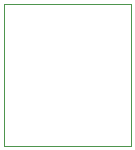
<source format=gko>
G04 #@! TF.FileFunction,Profile,NP*
%FSLAX46Y46*%
G04 Gerber Fmt 4.6, Leading zero omitted, Abs format (unit mm)*
G04 Created by KiCad (PCBNEW 4.0.6) date Thursday 27 July 2017 'à' 22:23:48*
%MOMM*%
%LPD*%
G01*
G04 APERTURE LIST*
%ADD10C,0.100000*%
G04 APERTURE END LIST*
D10*
X131000000Y-80200000D02*
X131000000Y-68200000D01*
X120200000Y-80200000D02*
X131000000Y-80200000D01*
X120200000Y-68200000D02*
X120200000Y-80200000D01*
X131000000Y-68200000D02*
X120200000Y-68200000D01*
M02*

</source>
